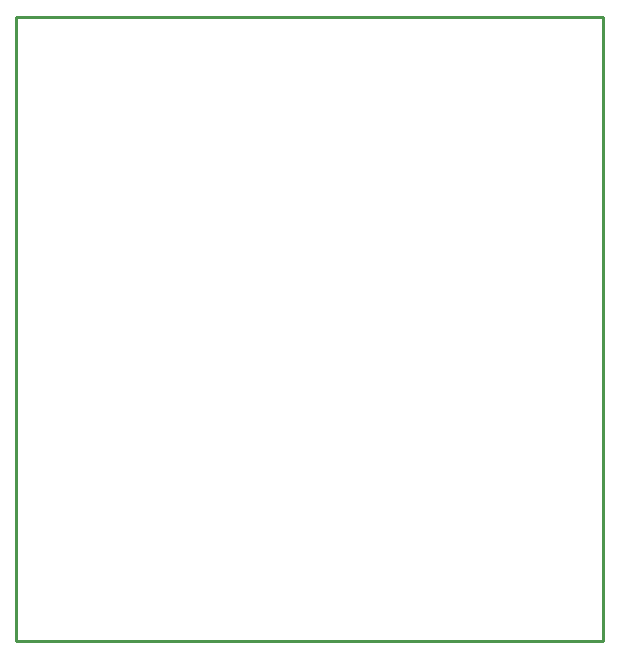
<source format=gko>
G04 Layer: BoardOutlineLayer*
G04 EasyEDA Pro v2.2.32.3, 2024-11-13 01:00:44*
G04 Gerber Generator version 0.3*
G04 Scale: 100 percent, Rotated: No, Reflected: No*
G04 Dimensions in millimeters*
G04 Leading zeros omitted, absolute positions, 3 integers and 5 decimals*
%FSLAX35Y35*%
%MOMM*%
%ADD10C,0.254*%
G75*


G04 Rect Start*
G54D10*
G01X2222500Y-6604000D02*
G01X2222500Y-1320800D01*
G01X7188200Y-1320800D01*
G01X7188200Y-6604000D01*
G01X2222500Y-6604000D01*
G04 Rect End*

M02*


</source>
